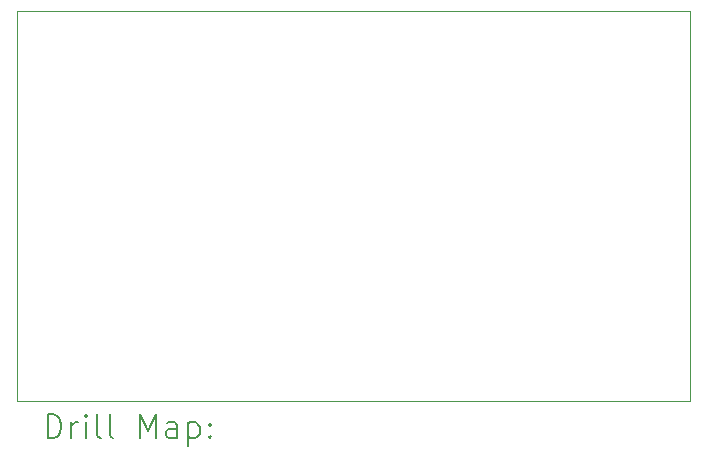
<source format=gbr>
%TF.GenerationSoftware,KiCad,Pcbnew,9.0.1*%
%TF.CreationDate,2025-05-08T11:59:06-04:00*%
%TF.ProjectId,Meterbus-interface,4d657465-7262-4757-932d-696e74657266,rev?*%
%TF.SameCoordinates,Original*%
%TF.FileFunction,Drillmap*%
%TF.FilePolarity,Positive*%
%FSLAX45Y45*%
G04 Gerber Fmt 4.5, Leading zero omitted, Abs format (unit mm)*
G04 Created by KiCad (PCBNEW 9.0.1) date 2025-05-08 11:59:06*
%MOMM*%
%LPD*%
G01*
G04 APERTURE LIST*
%ADD10C,0.038100*%
%ADD11C,0.200000*%
G04 APERTURE END LIST*
D10*
X17800000Y-4100000D02*
X23500000Y-4100000D01*
X23500000Y-7400000D01*
X17800000Y-7400000D01*
X17800000Y-4100000D01*
D11*
X18058872Y-7713389D02*
X18058872Y-7513389D01*
X18058872Y-7513389D02*
X18106491Y-7513389D01*
X18106491Y-7513389D02*
X18135062Y-7522913D01*
X18135062Y-7522913D02*
X18154110Y-7541960D01*
X18154110Y-7541960D02*
X18163634Y-7561008D01*
X18163634Y-7561008D02*
X18173158Y-7599103D01*
X18173158Y-7599103D02*
X18173158Y-7627674D01*
X18173158Y-7627674D02*
X18163634Y-7665770D01*
X18163634Y-7665770D02*
X18154110Y-7684817D01*
X18154110Y-7684817D02*
X18135062Y-7703865D01*
X18135062Y-7703865D02*
X18106491Y-7713389D01*
X18106491Y-7713389D02*
X18058872Y-7713389D01*
X18258872Y-7713389D02*
X18258872Y-7580055D01*
X18258872Y-7618151D02*
X18268396Y-7599103D01*
X18268396Y-7599103D02*
X18277919Y-7589579D01*
X18277919Y-7589579D02*
X18296967Y-7580055D01*
X18296967Y-7580055D02*
X18316015Y-7580055D01*
X18382681Y-7713389D02*
X18382681Y-7580055D01*
X18382681Y-7513389D02*
X18373158Y-7522913D01*
X18373158Y-7522913D02*
X18382681Y-7532436D01*
X18382681Y-7532436D02*
X18392205Y-7522913D01*
X18392205Y-7522913D02*
X18382681Y-7513389D01*
X18382681Y-7513389D02*
X18382681Y-7532436D01*
X18506491Y-7713389D02*
X18487443Y-7703865D01*
X18487443Y-7703865D02*
X18477919Y-7684817D01*
X18477919Y-7684817D02*
X18477919Y-7513389D01*
X18611253Y-7713389D02*
X18592205Y-7703865D01*
X18592205Y-7703865D02*
X18582681Y-7684817D01*
X18582681Y-7684817D02*
X18582681Y-7513389D01*
X18839824Y-7713389D02*
X18839824Y-7513389D01*
X18839824Y-7513389D02*
X18906491Y-7656246D01*
X18906491Y-7656246D02*
X18973158Y-7513389D01*
X18973158Y-7513389D02*
X18973158Y-7713389D01*
X19154110Y-7713389D02*
X19154110Y-7608627D01*
X19154110Y-7608627D02*
X19144586Y-7589579D01*
X19144586Y-7589579D02*
X19125539Y-7580055D01*
X19125539Y-7580055D02*
X19087443Y-7580055D01*
X19087443Y-7580055D02*
X19068396Y-7589579D01*
X19154110Y-7703865D02*
X19135062Y-7713389D01*
X19135062Y-7713389D02*
X19087443Y-7713389D01*
X19087443Y-7713389D02*
X19068396Y-7703865D01*
X19068396Y-7703865D02*
X19058872Y-7684817D01*
X19058872Y-7684817D02*
X19058872Y-7665770D01*
X19058872Y-7665770D02*
X19068396Y-7646722D01*
X19068396Y-7646722D02*
X19087443Y-7637198D01*
X19087443Y-7637198D02*
X19135062Y-7637198D01*
X19135062Y-7637198D02*
X19154110Y-7627674D01*
X19249348Y-7580055D02*
X19249348Y-7780055D01*
X19249348Y-7589579D02*
X19268396Y-7580055D01*
X19268396Y-7580055D02*
X19306491Y-7580055D01*
X19306491Y-7580055D02*
X19325539Y-7589579D01*
X19325539Y-7589579D02*
X19335062Y-7599103D01*
X19335062Y-7599103D02*
X19344586Y-7618151D01*
X19344586Y-7618151D02*
X19344586Y-7675293D01*
X19344586Y-7675293D02*
X19335062Y-7694341D01*
X19335062Y-7694341D02*
X19325539Y-7703865D01*
X19325539Y-7703865D02*
X19306491Y-7713389D01*
X19306491Y-7713389D02*
X19268396Y-7713389D01*
X19268396Y-7713389D02*
X19249348Y-7703865D01*
X19430300Y-7694341D02*
X19439824Y-7703865D01*
X19439824Y-7703865D02*
X19430300Y-7713389D01*
X19430300Y-7713389D02*
X19420777Y-7703865D01*
X19420777Y-7703865D02*
X19430300Y-7694341D01*
X19430300Y-7694341D02*
X19430300Y-7713389D01*
X19430300Y-7589579D02*
X19439824Y-7599103D01*
X19439824Y-7599103D02*
X19430300Y-7608627D01*
X19430300Y-7608627D02*
X19420777Y-7599103D01*
X19420777Y-7599103D02*
X19430300Y-7589579D01*
X19430300Y-7589579D02*
X19430300Y-7608627D01*
M02*

</source>
